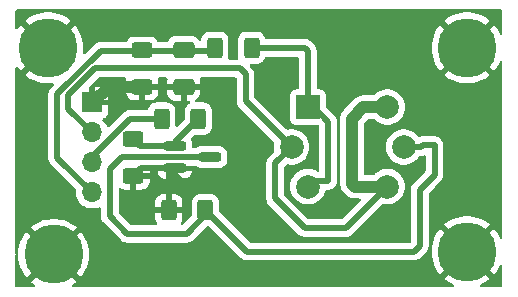
<source format=gbr>
%TF.GenerationSoftware,KiCad,Pcbnew,8.0.3*%
%TF.CreationDate,2025-01-02T17:18:04+01:00*%
%TF.ProjectId,mq7adapter,6d713761-6461-4707-9465-722e6b696361,rev?*%
%TF.SameCoordinates,Original*%
%TF.FileFunction,Copper,L1,Top*%
%TF.FilePolarity,Positive*%
%FSLAX46Y46*%
G04 Gerber Fmt 4.6, Leading zero omitted, Abs format (unit mm)*
G04 Created by KiCad (PCBNEW 8.0.3) date 2025-01-02 17:18:04*
%MOMM*%
%LPD*%
G01*
G04 APERTURE LIST*
G04 Aperture macros list*
%AMRoundRect*
0 Rectangle with rounded corners*
0 $1 Rounding radius*
0 $2 $3 $4 $5 $6 $7 $8 $9 X,Y pos of 4 corners*
0 Add a 4 corners polygon primitive as box body*
4,1,4,$2,$3,$4,$5,$6,$7,$8,$9,$2,$3,0*
0 Add four circle primitives for the rounded corners*
1,1,$1+$1,$2,$3*
1,1,$1+$1,$4,$5*
1,1,$1+$1,$6,$7*
1,1,$1+$1,$8,$9*
0 Add four rect primitives between the rounded corners*
20,1,$1+$1,$2,$3,$4,$5,0*
20,1,$1+$1,$4,$5,$6,$7,0*
20,1,$1+$1,$6,$7,$8,$9,0*
20,1,$1+$1,$8,$9,$2,$3,0*%
G04 Aperture macros list end*
%TA.AperFunction,ComponentPad*%
%ADD10R,1.700000X1.700000*%
%TD*%
%TA.AperFunction,ComponentPad*%
%ADD11O,1.700000X1.700000*%
%TD*%
%TA.AperFunction,SMDPad,CuDef*%
%ADD12RoundRect,0.200000X-0.750000X-0.200000X0.750000X-0.200000X0.750000X0.200000X-0.750000X0.200000X0*%
%TD*%
%TA.AperFunction,ComponentPad*%
%ADD13C,5.000000*%
%TD*%
%TA.AperFunction,SMDPad,CuDef*%
%ADD14RoundRect,0.250000X0.400000X0.625000X-0.400000X0.625000X-0.400000X-0.625000X0.400000X-0.625000X0*%
%TD*%
%TA.AperFunction,SMDPad,CuDef*%
%ADD15RoundRect,0.250000X-0.625000X0.400000X-0.625000X-0.400000X0.625000X-0.400000X0.625000X0.400000X0*%
%TD*%
%TA.AperFunction,SMDPad,CuDef*%
%ADD16RoundRect,0.250000X-0.650000X0.412500X-0.650000X-0.412500X0.650000X-0.412500X0.650000X0.412500X0*%
%TD*%
%TA.AperFunction,SMDPad,CuDef*%
%ADD17RoundRect,0.250000X-0.400000X-0.625000X0.400000X-0.625000X0.400000X0.625000X-0.400000X0.625000X0*%
%TD*%
%TA.AperFunction,ComponentPad*%
%ADD18R,2.000000X2.000000*%
%TD*%
%TA.AperFunction,ComponentPad*%
%ADD19C,2.000000*%
%TD*%
%TA.AperFunction,Conductor*%
%ADD20C,0.500000*%
%TD*%
%TA.AperFunction,Conductor*%
%ADD21C,1.000000*%
%TD*%
%TA.AperFunction,Conductor*%
%ADD22C,0.200000*%
%TD*%
G04 APERTURE END LIST*
D10*
%TO.P,J1,1,Pin_1*%
%TO.N,GND*%
X102000000Y-63380000D03*
D11*
%TO.P,J1,2,Pin_2*%
%TO.N,+5V*%
X102000000Y-65920000D03*
%TO.P,J1,3,Pin_3*%
%TO.N,HEAT*%
X102000000Y-68460000D03*
%TO.P,J1,4,Pin_4*%
%TO.N,AOUT*%
X102000000Y-71000000D03*
%TD*%
D12*
%TO.P,Q1,1,G*%
%TO.N,Net-(Q1-G)*%
X109000000Y-67050000D03*
%TO.P,Q1,2,S*%
%TO.N,GND*%
X109000000Y-68950000D03*
%TO.P,Q1,3,D*%
%TO.N,Net-(Q1-D)*%
X112000000Y-68000000D03*
%TD*%
D13*
%TO.P,H1,1,1*%
%TO.N,GND*%
X98250000Y-58750000D03*
%TD*%
%TO.P,H3,1,1*%
%TO.N,GND*%
X133750000Y-76000000D03*
%TD*%
D14*
%TO.P,R4,1*%
%TO.N,Net-(U1-B1)*%
X115500000Y-58750000D03*
%TO.P,R4,2*%
%TO.N,AOUT*%
X112400000Y-58750000D03*
%TD*%
%TO.P,R1,1*%
%TO.N,Net-(Q1-D)*%
X111600000Y-72500000D03*
%TO.P,R1,2*%
%TO.N,GND*%
X108500000Y-72500000D03*
%TD*%
D15*
%TO.P,R2,1*%
%TO.N,Net-(Q1-G)*%
X105500000Y-66500000D03*
%TO.P,R2,2*%
%TO.N,GND*%
X105500000Y-69600000D03*
%TD*%
D16*
%TO.P,C1,1*%
%TO.N,AOUT*%
X109750000Y-58937500D03*
%TO.P,C1,2*%
%TO.N,GND*%
X109750000Y-62062500D03*
%TD*%
D13*
%TO.P,H4,1,1*%
%TO.N,GND*%
X98750000Y-76250000D03*
%TD*%
D15*
%TO.P,R3,1*%
%TO.N,AOUT*%
X106250000Y-58950000D03*
%TO.P,R3,2*%
%TO.N,GND*%
X106250000Y-62050000D03*
%TD*%
D17*
%TO.P,R5,1*%
%TO.N,HEAT*%
X107900000Y-64750000D03*
%TO.P,R5,2*%
%TO.N,Net-(Q1-G)*%
X111000000Y-64750000D03*
%TD*%
D18*
%TO.P,U1,1,B1*%
%TO.N,Net-(U1-B1)*%
X120280000Y-63780000D03*
D19*
%TO.P,U1,2,VH+*%
%TO.N,+5V*%
X118890000Y-67140000D03*
%TO.P,U1,3,B2*%
%TO.N,Net-(U1-B1)*%
X120280000Y-70500000D03*
%TO.P,U1,4,A2*%
%TO.N,+5V*%
X127000000Y-70500000D03*
%TO.P,U1,5,VH-*%
%TO.N,Net-(Q1-D)*%
X128390000Y-67140000D03*
%TO.P,U1,6,A1*%
%TO.N,+5V*%
X127000000Y-63780000D03*
%TD*%
D13*
%TO.P,H2,1,1*%
%TO.N,GND*%
X133750000Y-58750000D03*
%TD*%
D20*
%TO.N,Net-(Q1-D)*%
X130000000Y-67000000D02*
X129860000Y-67140000D01*
X103500000Y-69000000D02*
X103500000Y-73000000D01*
X104500000Y-68000000D02*
X103500000Y-69000000D01*
X111500000Y-68000000D02*
X104500000Y-68000000D01*
X103500000Y-73000000D02*
X105000000Y-74500000D01*
X129860000Y-67140000D02*
X128390000Y-67140000D01*
X115100000Y-76000000D02*
X129250000Y-76000000D01*
X129750000Y-70750000D02*
X129750000Y-75500000D01*
X111600000Y-72500000D02*
X115100000Y-76000000D01*
X131000000Y-69500000D02*
X129750000Y-70750000D01*
X105000000Y-74500000D02*
X110000000Y-74500000D01*
X129250000Y-76000000D02*
X129750000Y-75500000D01*
X110000000Y-74500000D02*
X111600000Y-72900000D01*
X131000000Y-69500000D02*
X131000000Y-67000000D01*
X131000000Y-67000000D02*
X130000000Y-67000000D01*
X111600000Y-72900000D02*
X111600000Y-72500000D01*
%TO.N,GND*%
X112500000Y-62062500D02*
X112500000Y-64000000D01*
D21*
X102120000Y-63380000D02*
X103450000Y-62050000D01*
X103450000Y-62050000D02*
X106250000Y-62050000D01*
D20*
X106250000Y-62050000D02*
X106262500Y-62062500D01*
D21*
X102000000Y-63380000D02*
X102120000Y-63380000D01*
D20*
X108500000Y-68950000D02*
X106150000Y-68950000D01*
X106262500Y-62062500D02*
X112500000Y-62062500D01*
X106150000Y-68950000D02*
X105500000Y-69600000D01*
X112500000Y-64000000D02*
X115250000Y-66750000D01*
X108500000Y-72500000D02*
X108500000Y-68950000D01*
X115250000Y-66750000D02*
X115250000Y-70000000D01*
X112462500Y-62100000D02*
X112500000Y-62062500D01*
X109550000Y-70000000D02*
X108500000Y-68950000D01*
X115250000Y-70000000D02*
X109550000Y-70000000D01*
%TO.N,+5V*%
X120000000Y-74000000D02*
X123500000Y-74000000D01*
D21*
X124970000Y-63780000D02*
X124000000Y-64750000D01*
X127000000Y-63780000D02*
X124970000Y-63780000D01*
D20*
X102280000Y-60500000D02*
X101780000Y-61000000D01*
X115000000Y-61000000D02*
X114500000Y-60500000D01*
X115000000Y-63250000D02*
X115000000Y-61000000D01*
X101750000Y-61000000D02*
X100000000Y-62750000D01*
X118890000Y-67140000D02*
X115000000Y-63250000D01*
D21*
X124250000Y-70500000D02*
X127000000Y-70500000D01*
D20*
X101780000Y-61000000D02*
X101750000Y-61000000D01*
D21*
X124000000Y-64750000D02*
X124000000Y-70250000D01*
D20*
X123500000Y-74000000D02*
X127000000Y-70500000D01*
X117500000Y-68530000D02*
X117500000Y-71500000D01*
X114500000Y-60500000D02*
X102280000Y-60500000D01*
X100000000Y-63920000D02*
X102000000Y-65920000D01*
X118890000Y-67140000D02*
X117500000Y-68530000D01*
X117500000Y-71500000D02*
X120000000Y-74000000D01*
D21*
X124000000Y-70250000D02*
X124250000Y-70500000D01*
D20*
X100000000Y-62750000D02*
X100000000Y-63920000D01*
%TO.N,HEAT*%
X102000000Y-67978122D02*
X104039061Y-65939061D01*
X102000000Y-68460000D02*
X102000000Y-67978122D01*
X105228122Y-64750000D02*
X107900000Y-64750000D01*
X104039061Y-65939061D02*
X105228122Y-64750000D01*
%TO.N,AOUT*%
X112437500Y-59000000D02*
X112500000Y-58937500D01*
X99060000Y-62700050D02*
X99060000Y-68060000D01*
X109500000Y-59000000D02*
X106000000Y-59000000D01*
X102760050Y-59000000D02*
X99060000Y-62700050D01*
X99060000Y-68060000D02*
X102000000Y-71000000D01*
X106000000Y-59000000D02*
X102760050Y-59000000D01*
X109500000Y-59000000D02*
X112437500Y-59000000D01*
D22*
%TO.N,Net-(Q1-G)*%
X110800000Y-64750000D02*
X111000000Y-64750000D01*
D20*
X109000000Y-66750000D02*
X111000000Y-64750000D01*
X106050000Y-67050000D02*
X105500000Y-66500000D01*
D22*
X111000000Y-64750000D02*
X111000000Y-65050000D01*
D20*
X109000000Y-67050000D02*
X109000000Y-66750000D01*
X109000000Y-67050000D02*
X106050000Y-67050000D01*
%TO.N,Net-(U1-B1)*%
X115500000Y-58750000D02*
X120000000Y-58750000D01*
X122000000Y-70000000D02*
X120780000Y-70000000D01*
X120780000Y-63780000D02*
X122000000Y-65000000D01*
X122000000Y-65000000D02*
X122000000Y-70000000D01*
X120280000Y-59030000D02*
X120280000Y-63780000D01*
X120780000Y-70000000D02*
X120280000Y-70500000D01*
X120280000Y-63780000D02*
X120780000Y-63780000D01*
X120000000Y-58750000D02*
X120280000Y-59030000D01*
%TD*%
%TA.AperFunction,Conductor*%
%TO.N,GND*%
G36*
X136692539Y-55520185D02*
G01*
X136738294Y-55572989D01*
X136749500Y-55624500D01*
X136749500Y-57528858D01*
X136729815Y-57595897D01*
X136677011Y-57641652D01*
X136607853Y-57651596D01*
X136544297Y-57622571D01*
X136511641Y-57577972D01*
X136435444Y-57401329D01*
X136435438Y-57401316D01*
X136260710Y-57098677D01*
X136052032Y-56818374D01*
X136043850Y-56809702D01*
X134793678Y-58059873D01*
X134703446Y-57935680D01*
X134564320Y-57796554D01*
X134440125Y-57706320D01*
X135687180Y-56459265D01*
X135687179Y-56459264D01*
X135544519Y-56339557D01*
X135252538Y-56147519D01*
X134940260Y-55990685D01*
X134940254Y-55990683D01*
X134611869Y-55871161D01*
X134611866Y-55871160D01*
X134271828Y-55790570D01*
X133924723Y-55750000D01*
X133575277Y-55750000D01*
X133228172Y-55790570D01*
X133228170Y-55790570D01*
X132888133Y-55871160D01*
X132888130Y-55871161D01*
X132559745Y-55990683D01*
X132559739Y-55990685D01*
X132247461Y-56147519D01*
X131955480Y-56339557D01*
X131812819Y-56459264D01*
X131812818Y-56459265D01*
X133059874Y-57706320D01*
X132935680Y-57796554D01*
X132796554Y-57935680D01*
X132706320Y-58059873D01*
X131456148Y-56809701D01*
X131456147Y-56809702D01*
X131447976Y-56818363D01*
X131447972Y-56818368D01*
X131239289Y-57098677D01*
X131064561Y-57401316D01*
X131064555Y-57401329D01*
X130926145Y-57722199D01*
X130825916Y-58056988D01*
X130825914Y-58056997D01*
X130765236Y-58401119D01*
X130765235Y-58401130D01*
X130744916Y-58749996D01*
X130744916Y-58750003D01*
X130765235Y-59098869D01*
X130765236Y-59098880D01*
X130825914Y-59443002D01*
X130825916Y-59443011D01*
X130926145Y-59777800D01*
X131064555Y-60098670D01*
X131064561Y-60098683D01*
X131239289Y-60401322D01*
X131447967Y-60681625D01*
X131456148Y-60690296D01*
X132706319Y-59440124D01*
X132796554Y-59564320D01*
X132935680Y-59703446D01*
X133059873Y-59793678D01*
X131812818Y-61040733D01*
X131812819Y-61040734D01*
X131955484Y-61160445D01*
X132247461Y-61352480D01*
X132559739Y-61509314D01*
X132559745Y-61509316D01*
X132888130Y-61628838D01*
X132888133Y-61628839D01*
X133228171Y-61709429D01*
X133575276Y-61749999D01*
X133575277Y-61750000D01*
X133924723Y-61750000D01*
X133924723Y-61749999D01*
X134271827Y-61709429D01*
X134271829Y-61709429D01*
X134611866Y-61628839D01*
X134611869Y-61628838D01*
X134940254Y-61509316D01*
X134940260Y-61509314D01*
X135252538Y-61352480D01*
X135544509Y-61160449D01*
X135544510Y-61160448D01*
X135687179Y-61040734D01*
X135687180Y-61040733D01*
X134440126Y-59793678D01*
X134564320Y-59703446D01*
X134703446Y-59564320D01*
X134793679Y-59440126D01*
X136043850Y-60690297D01*
X136043851Y-60690296D01*
X136052022Y-60681636D01*
X136052033Y-60681623D01*
X136260710Y-60401322D01*
X136435438Y-60098683D01*
X136435444Y-60098670D01*
X136511641Y-59922027D01*
X136556269Y-59868267D01*
X136622877Y-59847169D01*
X136690318Y-59865431D01*
X136737179Y-59917255D01*
X136749500Y-59971141D01*
X136749500Y-74778858D01*
X136729815Y-74845897D01*
X136677011Y-74891652D01*
X136607853Y-74901596D01*
X136544297Y-74872571D01*
X136511641Y-74827972D01*
X136435444Y-74651329D01*
X136435438Y-74651316D01*
X136260710Y-74348677D01*
X136052032Y-74068374D01*
X136043850Y-74059702D01*
X134793678Y-75309873D01*
X134703446Y-75185680D01*
X134564320Y-75046554D01*
X134440125Y-74956320D01*
X135687180Y-73709265D01*
X135687179Y-73709264D01*
X135544519Y-73589557D01*
X135252538Y-73397519D01*
X134940260Y-73240685D01*
X134940254Y-73240683D01*
X134611869Y-73121161D01*
X134611866Y-73121160D01*
X134271828Y-73040570D01*
X133924723Y-73000000D01*
X133575277Y-73000000D01*
X133228172Y-73040570D01*
X133228170Y-73040570D01*
X132888133Y-73121160D01*
X132888130Y-73121161D01*
X132559745Y-73240683D01*
X132559739Y-73240685D01*
X132247461Y-73397519D01*
X131955480Y-73589557D01*
X131812819Y-73709264D01*
X131812818Y-73709265D01*
X133059874Y-74956320D01*
X132935680Y-75046554D01*
X132796554Y-75185680D01*
X132706320Y-75309873D01*
X131456148Y-74059701D01*
X131456147Y-74059702D01*
X131447976Y-74068363D01*
X131447972Y-74068368D01*
X131239289Y-74348677D01*
X131064561Y-74651316D01*
X131064555Y-74651329D01*
X130926145Y-74972199D01*
X130825916Y-75306988D01*
X130825914Y-75306997D01*
X130765236Y-75651119D01*
X130765235Y-75651130D01*
X130744916Y-75999996D01*
X130744916Y-76000003D01*
X130765235Y-76348869D01*
X130765236Y-76348880D01*
X130825914Y-76693002D01*
X130825916Y-76693011D01*
X130926145Y-77027800D01*
X131064555Y-77348670D01*
X131064561Y-77348683D01*
X131239289Y-77651322D01*
X131447967Y-77931625D01*
X131456148Y-77940296D01*
X132706319Y-76690124D01*
X132796554Y-76814320D01*
X132935680Y-76953446D01*
X133059873Y-77043678D01*
X131812818Y-78290733D01*
X131812819Y-78290734D01*
X131955484Y-78410445D01*
X132247461Y-78602480D01*
X132559739Y-78759314D01*
X132563057Y-78760745D01*
X132562612Y-78761774D01*
X132615079Y-78800404D01*
X132640015Y-78865673D01*
X132625705Y-78934062D01*
X132576694Y-78983857D01*
X132516405Y-78999500D01*
X100443197Y-78999500D01*
X100376158Y-78979815D01*
X100330403Y-78927011D01*
X100320459Y-78857853D01*
X100349484Y-78794297D01*
X100375058Y-78771899D01*
X100544509Y-78660449D01*
X100544510Y-78660448D01*
X100687179Y-78540734D01*
X100687180Y-78540733D01*
X99440126Y-77293678D01*
X99564320Y-77203446D01*
X99703446Y-77064320D01*
X99793678Y-76940126D01*
X101043849Y-78190297D01*
X101043851Y-78190296D01*
X101052022Y-78181636D01*
X101052033Y-78181623D01*
X101260710Y-77901322D01*
X101435438Y-77598683D01*
X101435444Y-77598670D01*
X101573854Y-77277800D01*
X101674083Y-76943011D01*
X101674085Y-76943002D01*
X101734763Y-76598880D01*
X101734764Y-76598869D01*
X101755084Y-76250003D01*
X101755084Y-76249996D01*
X101734764Y-75901130D01*
X101734763Y-75901119D01*
X101674085Y-75556997D01*
X101674083Y-75556988D01*
X101573854Y-75222199D01*
X101435444Y-74901329D01*
X101435438Y-74901316D01*
X101260710Y-74598677D01*
X101052032Y-74318374D01*
X101043850Y-74309702D01*
X99793678Y-75559873D01*
X99703446Y-75435680D01*
X99564320Y-75296554D01*
X99440125Y-75206320D01*
X100687180Y-73959265D01*
X100687179Y-73959264D01*
X100544519Y-73839557D01*
X100252538Y-73647519D01*
X99940260Y-73490685D01*
X99940254Y-73490683D01*
X99611869Y-73371161D01*
X99611866Y-73371160D01*
X99271828Y-73290570D01*
X98924723Y-73250000D01*
X98575277Y-73250000D01*
X98228172Y-73290570D01*
X98228170Y-73290570D01*
X97888133Y-73371160D01*
X97888130Y-73371161D01*
X97559745Y-73490683D01*
X97559739Y-73490685D01*
X97247461Y-73647519D01*
X96955480Y-73839557D01*
X96812819Y-73959264D01*
X96812818Y-73959265D01*
X98059874Y-75206320D01*
X97935680Y-75296554D01*
X97796554Y-75435680D01*
X97706320Y-75559873D01*
X96456148Y-74309701D01*
X96456147Y-74309702D01*
X96447976Y-74318363D01*
X96447972Y-74318368D01*
X96239289Y-74598677D01*
X96064561Y-74901316D01*
X96064555Y-74901329D01*
X95926145Y-75222199D01*
X95825916Y-75556988D01*
X95825914Y-75556997D01*
X95765236Y-75901119D01*
X95765235Y-75901130D01*
X95748290Y-76192067D01*
X95726303Y-76253483D01*
X95743477Y-76280207D01*
X95748290Y-76307932D01*
X95765235Y-76598869D01*
X95765236Y-76598880D01*
X95825914Y-76943002D01*
X95825916Y-76943011D01*
X95926145Y-77277800D01*
X96064555Y-77598670D01*
X96064561Y-77598683D01*
X96239289Y-77901322D01*
X96447967Y-78181625D01*
X96456148Y-78190296D01*
X97706319Y-76940124D01*
X97796554Y-77064320D01*
X97935680Y-77203446D01*
X98059873Y-77293678D01*
X96812818Y-78540733D01*
X96812819Y-78540734D01*
X96955484Y-78660445D01*
X97124942Y-78771899D01*
X97170136Y-78825184D01*
X97179347Y-78894444D01*
X97149652Y-78957689D01*
X97090478Y-78994840D01*
X97056803Y-78999500D01*
X95624500Y-78999500D01*
X95557461Y-78979815D01*
X95511706Y-78927011D01*
X95500500Y-78875500D01*
X95500500Y-76315142D01*
X95520185Y-76248103D01*
X95522460Y-76246130D01*
X95503693Y-76212815D01*
X95500500Y-76184857D01*
X95500500Y-60450500D01*
X95520185Y-60383461D01*
X95572989Y-60337706D01*
X95642147Y-60327762D01*
X95705703Y-60356787D01*
X95731888Y-60388502D01*
X95739289Y-60401322D01*
X95947967Y-60681625D01*
X95956148Y-60690296D01*
X97206320Y-59440125D01*
X97296554Y-59564320D01*
X97435680Y-59703446D01*
X97559873Y-59793678D01*
X96312818Y-61040733D01*
X96312819Y-61040734D01*
X96455484Y-61160445D01*
X96747461Y-61352480D01*
X97059739Y-61509314D01*
X97059745Y-61509316D01*
X97388130Y-61628838D01*
X97388133Y-61628839D01*
X97728171Y-61709429D01*
X98075276Y-61749999D01*
X98075277Y-61750000D01*
X98424722Y-61750000D01*
X98663692Y-61722068D01*
X98732564Y-61733837D01*
X98784139Y-61780972D01*
X98802045Y-61848509D01*
X98780594Y-61915004D01*
X98765770Y-61932911D01*
X98477043Y-62221639D01*
X98434103Y-62285907D01*
X98434102Y-62285909D01*
X98394919Y-62344549D01*
X98394912Y-62344561D01*
X98338343Y-62481132D01*
X98338340Y-62481142D01*
X98309500Y-62626129D01*
X98309500Y-62626132D01*
X98309500Y-68133918D01*
X98309500Y-68133920D01*
X98309499Y-68133920D01*
X98338340Y-68278907D01*
X98338343Y-68278917D01*
X98394388Y-68414221D01*
X98394916Y-68415495D01*
X98413075Y-68442672D01*
X98422034Y-68456081D01*
X98477049Y-68538418D01*
X98477052Y-68538421D01*
X100627130Y-70688498D01*
X100660615Y-70749821D01*
X100662977Y-70786986D01*
X100644341Y-70999997D01*
X100644341Y-71000000D01*
X100664936Y-71235403D01*
X100664938Y-71235413D01*
X100726094Y-71463655D01*
X100726096Y-71463659D01*
X100726097Y-71463663D01*
X100809326Y-71642147D01*
X100825965Y-71677830D01*
X100825967Y-71677834D01*
X100929001Y-71824981D01*
X100961505Y-71871401D01*
X101128599Y-72038495D01*
X101225384Y-72106265D01*
X101322165Y-72174032D01*
X101322167Y-72174033D01*
X101322170Y-72174035D01*
X101536337Y-72273903D01*
X101764592Y-72335063D01*
X101952918Y-72351539D01*
X101999999Y-72355659D01*
X102000000Y-72355659D01*
X102000001Y-72355659D01*
X102039234Y-72352226D01*
X102235408Y-72335063D01*
X102463663Y-72273903D01*
X102573097Y-72222872D01*
X102642172Y-72212381D01*
X102705956Y-72240900D01*
X102744196Y-72299377D01*
X102749500Y-72335255D01*
X102749500Y-73073918D01*
X102749500Y-73073920D01*
X102749499Y-73073920D01*
X102778340Y-73218907D01*
X102778343Y-73218917D01*
X102834914Y-73355492D01*
X102834915Y-73355494D01*
X102834916Y-73355495D01*
X102862995Y-73397519D01*
X102867812Y-73404727D01*
X102867813Y-73404730D01*
X102917046Y-73478414D01*
X102917052Y-73478421D01*
X104070816Y-74632183D01*
X104417048Y-74978415D01*
X104417049Y-74978416D01*
X104469412Y-75030779D01*
X104521585Y-75082952D01*
X104644498Y-75165080D01*
X104644511Y-75165087D01*
X104781082Y-75221656D01*
X104781087Y-75221658D01*
X104781091Y-75221658D01*
X104781092Y-75221659D01*
X104926079Y-75250500D01*
X104926082Y-75250500D01*
X110073920Y-75250500D01*
X110177906Y-75229815D01*
X110218913Y-75221658D01*
X110355495Y-75165084D01*
X110404729Y-75132186D01*
X110478416Y-75082952D01*
X111649549Y-73911817D01*
X111710872Y-73878333D01*
X111737230Y-73875499D01*
X111862769Y-73875499D01*
X111929808Y-73895184D01*
X111950450Y-73911818D01*
X113251814Y-75213181D01*
X114517048Y-76478415D01*
X114517049Y-76478416D01*
X114581342Y-76542709D01*
X114621585Y-76582952D01*
X114744498Y-76665080D01*
X114744511Y-76665087D01*
X114881082Y-76721656D01*
X114881087Y-76721658D01*
X114881091Y-76721658D01*
X114881092Y-76721659D01*
X115026079Y-76750500D01*
X115026082Y-76750500D01*
X129323920Y-76750500D01*
X129427815Y-76729833D01*
X129468913Y-76721658D01*
X129605495Y-76665084D01*
X129654729Y-76632186D01*
X129728416Y-76582952D01*
X130332952Y-75978416D01*
X130382186Y-75904729D01*
X130415084Y-75855495D01*
X130471658Y-75718913D01*
X130500500Y-75573918D01*
X130500500Y-71112230D01*
X130520185Y-71045191D01*
X130536819Y-71024549D01*
X131030286Y-70531082D01*
X131582952Y-69978416D01*
X131632186Y-69904729D01*
X131665084Y-69855495D01*
X131721658Y-69718913D01*
X131748320Y-69584877D01*
X131750500Y-69573920D01*
X131750500Y-66926079D01*
X131721659Y-66781092D01*
X131721658Y-66781091D01*
X131721658Y-66781087D01*
X131697518Y-66722807D01*
X131665087Y-66644511D01*
X131665080Y-66644498D01*
X131582951Y-66521584D01*
X131582948Y-66521580D01*
X131478419Y-66417051D01*
X131478415Y-66417048D01*
X131355501Y-66334919D01*
X131355488Y-66334912D01*
X131218917Y-66278343D01*
X131218907Y-66278340D01*
X131073920Y-66249500D01*
X131073918Y-66249500D01*
X129926082Y-66249500D01*
X129926080Y-66249500D01*
X129781093Y-66278340D01*
X129781090Y-66278341D01*
X129781088Y-66278341D01*
X129781087Y-66278342D01*
X129748851Y-66291694D01*
X129679384Y-66299162D01*
X129616905Y-66267886D01*
X129597593Y-66244953D01*
X129578166Y-66215217D01*
X129556557Y-66191744D01*
X129409744Y-66032262D01*
X129213509Y-65879526D01*
X129213507Y-65879525D01*
X129213506Y-65879524D01*
X128994811Y-65761172D01*
X128994802Y-65761169D01*
X128759616Y-65680429D01*
X128514335Y-65639500D01*
X128265665Y-65639500D01*
X128020383Y-65680429D01*
X127785197Y-65761169D01*
X127785188Y-65761172D01*
X127566493Y-65879524D01*
X127370257Y-66032261D01*
X127201833Y-66215217D01*
X127065826Y-66423393D01*
X126965936Y-66651118D01*
X126904892Y-66892175D01*
X126904890Y-66892187D01*
X126884357Y-67139994D01*
X126884357Y-67140005D01*
X126904890Y-67387812D01*
X126904892Y-67387820D01*
X126965936Y-67628881D01*
X127065826Y-67856606D01*
X127201833Y-68064782D01*
X127201835Y-68064784D01*
X127201836Y-68064785D01*
X127370256Y-68247738D01*
X127566491Y-68400474D01*
X127785190Y-68518828D01*
X128020386Y-68599571D01*
X128265665Y-68640500D01*
X128514335Y-68640500D01*
X128759614Y-68599571D01*
X128994810Y-68518828D01*
X129213509Y-68400474D01*
X129409744Y-68247738D01*
X129578164Y-68064785D01*
X129655327Y-67946677D01*
X129708474Y-67901322D01*
X129759136Y-67890500D01*
X129933920Y-67890500D01*
X130031462Y-67871096D01*
X130078913Y-67861658D01*
X130078920Y-67861654D01*
X130084740Y-67859890D01*
X130085153Y-67861254D01*
X130147505Y-67854545D01*
X130209987Y-67885814D01*
X130245645Y-67945900D01*
X130249500Y-67976577D01*
X130249500Y-69137770D01*
X130229815Y-69204809D01*
X130213181Y-69225451D01*
X129167047Y-70271584D01*
X129167045Y-70271586D01*
X129133250Y-70322168D01*
X129133248Y-70322171D01*
X129084919Y-70394499D01*
X129084912Y-70394511D01*
X129028343Y-70531082D01*
X129028340Y-70531092D01*
X128999500Y-70676079D01*
X128999500Y-75125500D01*
X128979815Y-75192539D01*
X128927011Y-75238294D01*
X128875500Y-75249500D01*
X115462229Y-75249500D01*
X115395190Y-75229815D01*
X115374548Y-75213181D01*
X112786818Y-72625450D01*
X112753333Y-72564127D01*
X112750499Y-72537769D01*
X112750499Y-71824998D01*
X112750498Y-71824981D01*
X112739999Y-71722203D01*
X112739998Y-71722200D01*
X112734531Y-71705703D01*
X112684814Y-71555666D01*
X112592712Y-71406344D01*
X112468656Y-71282288D01*
X112319334Y-71190186D01*
X112152797Y-71135001D01*
X112152795Y-71135000D01*
X112050010Y-71124500D01*
X111149998Y-71124500D01*
X111149980Y-71124501D01*
X111047203Y-71135000D01*
X111047200Y-71135001D01*
X110880668Y-71190185D01*
X110880663Y-71190187D01*
X110731342Y-71282289D01*
X110607289Y-71406342D01*
X110515187Y-71555663D01*
X110515185Y-71555668D01*
X110509138Y-71573918D01*
X110460001Y-71722203D01*
X110460001Y-71722204D01*
X110460000Y-71722204D01*
X110449500Y-71824983D01*
X110449500Y-72937769D01*
X110429815Y-73004808D01*
X110413181Y-73025450D01*
X109725451Y-73713181D01*
X109664128Y-73746666D01*
X109637770Y-73749500D01*
X109618174Y-73749500D01*
X109551135Y-73729815D01*
X109505380Y-73677011D01*
X109495436Y-73607853D01*
X109512635Y-73560403D01*
X109584356Y-73444124D01*
X109584358Y-73444119D01*
X109639505Y-73277697D01*
X109639506Y-73277690D01*
X109649999Y-73174986D01*
X109650000Y-73174973D01*
X109650000Y-72750000D01*
X107350001Y-72750000D01*
X107350001Y-73174986D01*
X107360494Y-73277697D01*
X107415641Y-73444119D01*
X107415643Y-73444124D01*
X107487365Y-73560403D01*
X107505805Y-73627796D01*
X107484882Y-73694459D01*
X107431240Y-73739229D01*
X107381826Y-73749500D01*
X105362229Y-73749500D01*
X105295190Y-73729815D01*
X105274548Y-73713181D01*
X104286819Y-72725451D01*
X104253334Y-72664128D01*
X104250500Y-72637770D01*
X104250500Y-71825013D01*
X107350000Y-71825013D01*
X107350000Y-72250000D01*
X108250000Y-72250000D01*
X108750000Y-72250000D01*
X109649999Y-72250000D01*
X109649999Y-71825028D01*
X109649998Y-71825013D01*
X109639505Y-71722302D01*
X109584358Y-71555880D01*
X109584356Y-71555875D01*
X109492315Y-71406654D01*
X109368345Y-71282684D01*
X109219124Y-71190643D01*
X109219119Y-71190641D01*
X109052697Y-71135494D01*
X109052690Y-71135493D01*
X108949986Y-71125000D01*
X108750000Y-71125000D01*
X108750000Y-72250000D01*
X108250000Y-72250000D01*
X108250000Y-71125000D01*
X108050029Y-71125000D01*
X108050012Y-71125001D01*
X107947302Y-71135494D01*
X107780880Y-71190641D01*
X107780875Y-71190643D01*
X107631654Y-71282684D01*
X107507684Y-71406654D01*
X107415643Y-71555875D01*
X107415641Y-71555880D01*
X107360494Y-71722302D01*
X107360493Y-71722309D01*
X107350000Y-71825013D01*
X104250500Y-71825013D01*
X104250500Y-70718173D01*
X104270185Y-70651134D01*
X104322989Y-70605379D01*
X104392147Y-70595435D01*
X104439597Y-70612635D01*
X104555869Y-70684353D01*
X104555880Y-70684358D01*
X104722302Y-70739505D01*
X104722309Y-70739506D01*
X104825019Y-70749999D01*
X105249999Y-70749999D01*
X105750000Y-70749999D01*
X106174972Y-70749999D01*
X106174986Y-70749998D01*
X106277697Y-70739505D01*
X106444119Y-70684358D01*
X106444124Y-70684356D01*
X106593345Y-70592315D01*
X106717315Y-70468345D01*
X106809356Y-70319124D01*
X106809358Y-70319119D01*
X106864505Y-70152697D01*
X106864506Y-70152690D01*
X106874999Y-70049986D01*
X106875000Y-70049973D01*
X106875000Y-69850000D01*
X105750000Y-69850000D01*
X105750000Y-70749999D01*
X105249999Y-70749999D01*
X105250000Y-70749998D01*
X105250000Y-69474000D01*
X105269685Y-69406961D01*
X105322489Y-69361206D01*
X105374000Y-69350000D01*
X106874999Y-69350000D01*
X106874999Y-69206582D01*
X107550001Y-69206582D01*
X107556408Y-69277102D01*
X107556409Y-69277107D01*
X107606981Y-69439396D01*
X107694927Y-69584877D01*
X107815122Y-69705072D01*
X107960604Y-69793019D01*
X107960603Y-69793019D01*
X108122894Y-69843590D01*
X108122893Y-69843590D01*
X108193427Y-69849999D01*
X108749999Y-69849999D01*
X109250000Y-69849999D01*
X109806581Y-69849999D01*
X109877102Y-69843591D01*
X109877107Y-69843590D01*
X110039396Y-69793018D01*
X110184877Y-69705072D01*
X110305072Y-69584877D01*
X110393019Y-69439395D01*
X110443590Y-69277106D01*
X110450000Y-69206572D01*
X110450000Y-69200000D01*
X109250000Y-69200000D01*
X109250000Y-69849999D01*
X108749999Y-69849999D01*
X108750000Y-69849998D01*
X108750000Y-69200000D01*
X107550001Y-69200000D01*
X107550001Y-69206582D01*
X106874999Y-69206582D01*
X106874999Y-69150028D01*
X106874998Y-69150013D01*
X106864505Y-69047302D01*
X106820169Y-68913504D01*
X106817767Y-68843676D01*
X106853499Y-68783634D01*
X106916019Y-68752441D01*
X106937875Y-68750500D01*
X110772023Y-68750500D01*
X110836171Y-68768382D01*
X110960394Y-68843478D01*
X111122804Y-68894086D01*
X111193384Y-68900500D01*
X111193387Y-68900500D01*
X112806613Y-68900500D01*
X112806616Y-68900500D01*
X112877196Y-68894086D01*
X113039606Y-68843478D01*
X113185185Y-68755472D01*
X113305472Y-68635185D01*
X113393478Y-68489606D01*
X113444086Y-68327196D01*
X113450500Y-68256616D01*
X113450500Y-67743384D01*
X113444086Y-67672804D01*
X113393478Y-67510394D01*
X113305472Y-67364815D01*
X113305470Y-67364813D01*
X113305469Y-67364811D01*
X113185188Y-67244530D01*
X113163827Y-67231617D01*
X113039606Y-67156522D01*
X112877196Y-67105914D01*
X112877194Y-67105913D01*
X112877192Y-67105913D01*
X112827778Y-67101423D01*
X112806616Y-67099500D01*
X111193384Y-67099500D01*
X111174145Y-67101248D01*
X111122807Y-67105913D01*
X110960393Y-67156522D01*
X110926501Y-67177011D01*
X110836171Y-67231617D01*
X110772023Y-67249500D01*
X110574500Y-67249500D01*
X110507461Y-67229815D01*
X110461706Y-67177011D01*
X110450500Y-67125500D01*
X110450500Y-66793386D01*
X110449383Y-66781092D01*
X110444086Y-66722804D01*
X110393478Y-66560394D01*
X110390042Y-66554711D01*
X110372209Y-66487156D01*
X110393729Y-66420683D01*
X110408476Y-66402889D01*
X110649548Y-66161818D01*
X110710871Y-66128333D01*
X110737229Y-66125499D01*
X111450002Y-66125499D01*
X111450008Y-66125499D01*
X111552797Y-66114999D01*
X111719334Y-66059814D01*
X111868656Y-65967712D01*
X111992712Y-65843656D01*
X112084814Y-65694334D01*
X112139999Y-65527797D01*
X112150500Y-65425009D01*
X112150499Y-64074992D01*
X112145733Y-64028340D01*
X112139999Y-63972203D01*
X112139998Y-63972200D01*
X112109446Y-63880000D01*
X112084814Y-63805666D01*
X111992712Y-63656344D01*
X111868656Y-63532288D01*
X111765898Y-63468907D01*
X111719336Y-63440187D01*
X111719331Y-63440185D01*
X111689204Y-63430202D01*
X111552797Y-63385001D01*
X111552795Y-63385000D01*
X111450016Y-63374500D01*
X110807558Y-63374500D01*
X110740519Y-63354815D01*
X110694764Y-63302011D01*
X110684820Y-63232853D01*
X110713845Y-63169297D01*
X110742462Y-63144961D01*
X110868343Y-63067317D01*
X110992315Y-62943345D01*
X111084356Y-62794124D01*
X111084358Y-62794119D01*
X111139505Y-62627697D01*
X111139506Y-62627690D01*
X111149999Y-62524986D01*
X111150000Y-62524973D01*
X111150000Y-62312500D01*
X110000000Y-62312500D01*
X110000000Y-63224999D01*
X110192301Y-63224999D01*
X110259340Y-63244684D01*
X110305095Y-63297488D01*
X110315039Y-63366646D01*
X110286014Y-63430202D01*
X110257399Y-63454537D01*
X110190055Y-63496074D01*
X110131342Y-63532289D01*
X110007289Y-63656342D01*
X109915187Y-63805663D01*
X109915186Y-63805666D01*
X109860001Y-63972203D01*
X109860001Y-63972204D01*
X109860000Y-63972204D01*
X109849500Y-64074983D01*
X109849500Y-64787770D01*
X109829815Y-64854809D01*
X109813181Y-64875451D01*
X109262180Y-65426451D01*
X109200857Y-65459936D01*
X109131165Y-65454952D01*
X109075232Y-65413080D01*
X109050815Y-65347616D01*
X109050499Y-65338796D01*
X109050499Y-64074992D01*
X109045733Y-64028340D01*
X109039999Y-63972203D01*
X109039998Y-63972200D01*
X109009446Y-63880000D01*
X108984814Y-63805666D01*
X108892712Y-63656344D01*
X108768656Y-63532288D01*
X108665898Y-63468907D01*
X108619336Y-63440187D01*
X108619331Y-63440185D01*
X108589204Y-63430202D01*
X108452797Y-63385001D01*
X108452795Y-63385000D01*
X108350010Y-63374500D01*
X107449998Y-63374500D01*
X107449980Y-63374501D01*
X107347203Y-63385000D01*
X107347200Y-63385001D01*
X107180668Y-63440185D01*
X107180663Y-63440187D01*
X107031342Y-63532289D01*
X106907289Y-63656342D01*
X106815187Y-63805663D01*
X106815185Y-63805668D01*
X106779121Y-63914504D01*
X106739348Y-63971949D01*
X106674833Y-63998772D01*
X106661415Y-63999500D01*
X105154202Y-63999500D01*
X105009214Y-64028340D01*
X105009204Y-64028343D01*
X104872633Y-64084912D01*
X104872620Y-64084919D01*
X104749706Y-64167048D01*
X104749702Y-64167051D01*
X103543203Y-65373550D01*
X103543203Y-65373551D01*
X103458438Y-65458315D01*
X103397114Y-65491799D01*
X103327423Y-65486815D01*
X103271489Y-65444943D01*
X103258375Y-65423038D01*
X103253731Y-65413080D01*
X103174035Y-65242171D01*
X103172214Y-65239571D01*
X103038496Y-65048600D01*
X102987412Y-64997516D01*
X102916179Y-64926283D01*
X102882696Y-64864963D01*
X102887680Y-64795271D01*
X102929551Y-64739337D01*
X102960529Y-64722422D01*
X103092086Y-64673354D01*
X103092093Y-64673350D01*
X103207187Y-64587190D01*
X103207190Y-64587187D01*
X103293350Y-64472093D01*
X103293354Y-64472086D01*
X103343596Y-64337379D01*
X103343598Y-64337372D01*
X103349999Y-64277844D01*
X103350000Y-64277827D01*
X103350000Y-63630000D01*
X102433012Y-63630000D01*
X102465925Y-63572993D01*
X102500000Y-63445826D01*
X102500000Y-63314174D01*
X102465925Y-63187007D01*
X102433012Y-63130000D01*
X103350000Y-63130000D01*
X103350000Y-62499986D01*
X104875001Y-62499986D01*
X104885494Y-62602697D01*
X104940641Y-62769119D01*
X104940643Y-62769124D01*
X105032684Y-62918345D01*
X105156654Y-63042315D01*
X105305875Y-63134356D01*
X105305880Y-63134358D01*
X105472302Y-63189505D01*
X105472309Y-63189506D01*
X105575019Y-63199999D01*
X105999999Y-63199999D01*
X106500000Y-63199999D01*
X106924972Y-63199999D01*
X106924986Y-63199998D01*
X107027697Y-63189505D01*
X107194119Y-63134358D01*
X107194124Y-63134356D01*
X107343345Y-63042315D01*
X107467315Y-62918345D01*
X107559356Y-62769124D01*
X107559358Y-62769119D01*
X107614505Y-62602697D01*
X107614506Y-62602690D01*
X107622445Y-62524986D01*
X108350001Y-62524986D01*
X108360494Y-62627697D01*
X108415641Y-62794119D01*
X108415643Y-62794124D01*
X108507684Y-62943345D01*
X108631654Y-63067315D01*
X108780875Y-63159356D01*
X108780880Y-63159358D01*
X108947302Y-63214505D01*
X108947309Y-63214506D01*
X109050019Y-63224999D01*
X109499999Y-63224999D01*
X109500000Y-63224998D01*
X109500000Y-62312500D01*
X108350001Y-62312500D01*
X108350001Y-62524986D01*
X107622445Y-62524986D01*
X107624999Y-62499986D01*
X107625000Y-62499973D01*
X107625000Y-62300000D01*
X106500000Y-62300000D01*
X106500000Y-63199999D01*
X105999999Y-63199999D01*
X106000000Y-63199998D01*
X106000000Y-62300000D01*
X104875001Y-62300000D01*
X104875001Y-62499986D01*
X103350000Y-62499986D01*
X103350000Y-62482172D01*
X103349999Y-62482155D01*
X103343598Y-62422627D01*
X103343596Y-62422620D01*
X103293354Y-62287913D01*
X103293350Y-62287906D01*
X103207190Y-62172812D01*
X103207187Y-62172809D01*
X103092093Y-62086649D01*
X103092086Y-62086645D01*
X102957379Y-62036403D01*
X102957372Y-62036401D01*
X102897844Y-62030000D01*
X102250000Y-62030000D01*
X102250000Y-62946988D01*
X102192993Y-62914075D01*
X102065826Y-62880000D01*
X101934174Y-62880000D01*
X101807007Y-62914075D01*
X101750000Y-62946988D01*
X101750000Y-62112729D01*
X101769685Y-62045690D01*
X101786319Y-62025048D01*
X101962858Y-61848509D01*
X102159377Y-61651989D01*
X102178150Y-61636581D01*
X102184729Y-61632186D01*
X102258416Y-61582952D01*
X102554549Y-61286819D01*
X102615872Y-61253334D01*
X102642230Y-61250500D01*
X104795557Y-61250500D01*
X104862596Y-61270185D01*
X104908351Y-61322989D01*
X104918295Y-61392147D01*
X104913263Y-61413504D01*
X104885494Y-61497302D01*
X104885493Y-61497309D01*
X104875000Y-61600013D01*
X104875000Y-61800000D01*
X107624999Y-61800000D01*
X107624999Y-61600028D01*
X107624998Y-61600013D01*
X107614506Y-61497304D01*
X107586737Y-61413505D01*
X107584335Y-61343676D01*
X107620066Y-61283634D01*
X107682587Y-61252441D01*
X107704443Y-61250500D01*
X108270557Y-61250500D01*
X108337596Y-61270185D01*
X108383351Y-61322989D01*
X108393295Y-61392147D01*
X108388263Y-61413504D01*
X108360494Y-61497302D01*
X108360493Y-61497309D01*
X108350000Y-61600013D01*
X108350000Y-61812500D01*
X111149999Y-61812500D01*
X111149999Y-61600028D01*
X111149998Y-61600013D01*
X111139506Y-61497304D01*
X111111737Y-61413505D01*
X111109335Y-61343676D01*
X111145066Y-61283634D01*
X111207587Y-61252441D01*
X111229443Y-61250500D01*
X114125500Y-61250500D01*
X114192539Y-61270185D01*
X114238294Y-61322989D01*
X114249500Y-61374500D01*
X114249500Y-63323918D01*
X114249500Y-63323920D01*
X114249499Y-63323920D01*
X114278340Y-63468907D01*
X114278343Y-63468917D01*
X114334914Y-63605492D01*
X114367812Y-63654727D01*
X114367813Y-63654730D01*
X114417046Y-63728414D01*
X114417052Y-63728421D01*
X117390618Y-66701986D01*
X117424103Y-66763309D01*
X117423143Y-66820107D01*
X117404891Y-66892182D01*
X117384357Y-67139994D01*
X117384357Y-67140005D01*
X117404890Y-67387812D01*
X117404893Y-67387828D01*
X117423142Y-67459893D01*
X117420516Y-67529713D01*
X117390617Y-67578013D01*
X116917047Y-68051584D01*
X116917045Y-68051586D01*
X116892944Y-68087658D01*
X116883328Y-68102051D01*
X116865225Y-68129144D01*
X116834914Y-68174507D01*
X116778343Y-68311082D01*
X116778340Y-68311092D01*
X116749500Y-68456079D01*
X116749500Y-68456081D01*
X116749500Y-68456082D01*
X116749500Y-71573918D01*
X116749500Y-71573920D01*
X116749499Y-71573920D01*
X116778340Y-71718907D01*
X116778343Y-71718917D01*
X116834913Y-71855489D01*
X116834914Y-71855491D01*
X116834916Y-71855495D01*
X116845543Y-71871400D01*
X116845544Y-71871403D01*
X116917046Y-71978414D01*
X116917052Y-71978421D01*
X119521584Y-74582952D01*
X119521586Y-74582954D01*
X119545119Y-74598677D01*
X119595270Y-74632186D01*
X119644505Y-74665084D01*
X119644506Y-74665084D01*
X119644507Y-74665085D01*
X119644509Y-74665086D01*
X119781082Y-74721656D01*
X119781087Y-74721658D01*
X119781091Y-74721658D01*
X119781092Y-74721659D01*
X119926079Y-74750500D01*
X119926082Y-74750500D01*
X123573920Y-74750500D01*
X123671462Y-74731096D01*
X123718913Y-74721658D01*
X123855495Y-74665084D01*
X123904729Y-74632186D01*
X123904734Y-74632183D01*
X123929071Y-74615921D01*
X123978416Y-74582952D01*
X126560752Y-72000613D01*
X126622073Y-71967130D01*
X126668836Y-71965987D01*
X126875665Y-72000500D01*
X126875666Y-72000500D01*
X127124335Y-72000500D01*
X127369614Y-71959571D01*
X127604810Y-71878828D01*
X127823509Y-71760474D01*
X128019744Y-71607738D01*
X128188164Y-71424785D01*
X128324173Y-71216607D01*
X128424063Y-70988881D01*
X128485108Y-70747821D01*
X128486221Y-70734395D01*
X128505643Y-70500005D01*
X128505643Y-70499994D01*
X128485109Y-70252187D01*
X128485107Y-70252175D01*
X128424063Y-70011118D01*
X128324173Y-69783393D01*
X128188166Y-69575217D01*
X128081625Y-69459483D01*
X128019744Y-69392262D01*
X127823509Y-69239526D01*
X127823507Y-69239525D01*
X127823506Y-69239524D01*
X127604811Y-69121172D01*
X127604802Y-69121169D01*
X127369616Y-69040429D01*
X127124335Y-68999500D01*
X126875665Y-68999500D01*
X126630383Y-69040429D01*
X126395197Y-69121169D01*
X126395188Y-69121172D01*
X126176493Y-69239524D01*
X125980255Y-69392262D01*
X125980252Y-69392265D01*
X125918374Y-69459483D01*
X125858487Y-69495474D01*
X125827145Y-69499500D01*
X125124500Y-69499500D01*
X125057461Y-69479815D01*
X125011706Y-69427011D01*
X125000500Y-69375500D01*
X125000500Y-65215782D01*
X125020185Y-65148743D01*
X125036819Y-65128101D01*
X125348101Y-64816819D01*
X125409424Y-64783334D01*
X125435782Y-64780500D01*
X125827145Y-64780500D01*
X125894184Y-64800185D01*
X125918374Y-64820517D01*
X125959290Y-64864963D01*
X125980256Y-64887738D01*
X126176491Y-65040474D01*
X126176493Y-65040475D01*
X126376554Y-65148743D01*
X126395190Y-65158828D01*
X126630386Y-65239571D01*
X126875665Y-65280500D01*
X127124335Y-65280500D01*
X127369614Y-65239571D01*
X127604810Y-65158828D01*
X127823509Y-65040474D01*
X128019744Y-64887738D01*
X128188164Y-64704785D01*
X128324173Y-64496607D01*
X128424063Y-64268881D01*
X128485108Y-64027821D01*
X128489662Y-63972861D01*
X128505643Y-63780005D01*
X128505643Y-63779994D01*
X128485109Y-63532187D01*
X128485107Y-63532175D01*
X128424063Y-63291118D01*
X128324173Y-63063393D01*
X128188166Y-62855217D01*
X128114757Y-62775474D01*
X128019744Y-62672262D01*
X127823509Y-62519526D01*
X127823507Y-62519525D01*
X127823506Y-62519524D01*
X127604811Y-62401172D01*
X127604802Y-62401169D01*
X127369616Y-62320429D01*
X127124335Y-62279500D01*
X126875665Y-62279500D01*
X126630383Y-62320429D01*
X126395197Y-62401169D01*
X126395188Y-62401172D01*
X126176493Y-62519524D01*
X125980255Y-62672262D01*
X125980252Y-62672265D01*
X125918374Y-62739483D01*
X125858487Y-62775474D01*
X125827145Y-62779500D01*
X124871455Y-62779500D01*
X124774812Y-62798724D01*
X124678167Y-62817947D01*
X124678161Y-62817949D01*
X124624834Y-62840037D01*
X124624834Y-62840038D01*
X124588194Y-62855215D01*
X124496089Y-62893366D01*
X124496079Y-62893371D01*
X124332219Y-63002859D01*
X124292764Y-63042315D01*
X124192861Y-63142218D01*
X124192858Y-63142221D01*
X123362221Y-63972858D01*
X123362218Y-63972861D01*
X123307267Y-64027812D01*
X123222859Y-64112219D01*
X123113371Y-64276080D01*
X123113364Y-64276093D01*
X123077388Y-64362950D01*
X123077388Y-64362951D01*
X123037949Y-64458164D01*
X123023444Y-64531087D01*
X122999500Y-64651456D01*
X122999500Y-64651459D01*
X122999500Y-70348541D01*
X122999500Y-70348543D01*
X122999499Y-70348543D01*
X123037947Y-70541829D01*
X123037950Y-70541839D01*
X123113364Y-70723907D01*
X123113371Y-70723920D01*
X123222859Y-70887780D01*
X123222860Y-70887781D01*
X123222861Y-70887782D01*
X123362218Y-71027139D01*
X123472860Y-71137781D01*
X123472861Y-71137781D01*
X123472861Y-71137782D01*
X123551685Y-71216606D01*
X123612219Y-71277140D01*
X123776080Y-71386628D01*
X123776086Y-71386632D01*
X123844776Y-71415084D01*
X123958164Y-71462051D01*
X124151454Y-71500499D01*
X124151457Y-71500500D01*
X124151459Y-71500500D01*
X124348540Y-71500500D01*
X124638771Y-71500500D01*
X124705810Y-71520185D01*
X124751565Y-71572989D01*
X124761509Y-71642147D01*
X124732484Y-71705703D01*
X124726452Y-71712181D01*
X123225451Y-73213181D01*
X123164128Y-73246666D01*
X123137770Y-73249500D01*
X120362230Y-73249500D01*
X120295191Y-73229815D01*
X120274549Y-73213181D01*
X118286819Y-71225451D01*
X118253334Y-71164128D01*
X118250500Y-71137770D01*
X118250500Y-68892229D01*
X118270185Y-68825190D01*
X118286815Y-68804552D01*
X118450751Y-68640615D01*
X118512074Y-68607131D01*
X118558841Y-68605988D01*
X118765665Y-68640500D01*
X119014335Y-68640500D01*
X119259614Y-68599571D01*
X119494810Y-68518828D01*
X119713509Y-68400474D01*
X119909744Y-68247738D01*
X120078164Y-68064785D01*
X120214173Y-67856607D01*
X120314063Y-67628881D01*
X120375108Y-67387821D01*
X120375109Y-67387812D01*
X120395643Y-67140005D01*
X120395643Y-67139994D01*
X120375109Y-66892187D01*
X120375107Y-66892175D01*
X120314063Y-66651118D01*
X120214173Y-66423393D01*
X120078166Y-66215217D01*
X120056557Y-66191744D01*
X119909744Y-66032262D01*
X119713509Y-65879526D01*
X119713507Y-65879525D01*
X119713506Y-65879524D01*
X119494811Y-65761172D01*
X119494802Y-65761169D01*
X119259616Y-65680429D01*
X119014335Y-65639500D01*
X118765665Y-65639500D01*
X118558841Y-65674011D01*
X118489476Y-65665629D01*
X118450751Y-65639383D01*
X115786819Y-62975451D01*
X115753334Y-62914128D01*
X115750500Y-62887770D01*
X115750500Y-60926079D01*
X115721659Y-60781092D01*
X115721658Y-60781091D01*
X115721658Y-60781087D01*
X115665084Y-60644505D01*
X115632186Y-60595270D01*
X115632185Y-60595268D01*
X115582956Y-60521589D01*
X115582952Y-60521584D01*
X115398548Y-60337180D01*
X115365063Y-60275857D01*
X115370047Y-60206165D01*
X115411919Y-60150232D01*
X115477383Y-60125815D01*
X115486229Y-60125499D01*
X115950002Y-60125499D01*
X115950008Y-60125499D01*
X116052797Y-60114999D01*
X116219334Y-60059814D01*
X116368656Y-59967712D01*
X116492712Y-59843656D01*
X116584814Y-59694334D01*
X116620879Y-59585494D01*
X116660652Y-59528051D01*
X116725167Y-59501228D01*
X116738585Y-59500500D01*
X119405500Y-59500500D01*
X119472539Y-59520185D01*
X119518294Y-59572989D01*
X119529500Y-59624500D01*
X119529500Y-62155500D01*
X119509815Y-62222539D01*
X119457011Y-62268294D01*
X119405501Y-62279500D01*
X119232130Y-62279500D01*
X119232123Y-62279501D01*
X119172516Y-62285908D01*
X119037671Y-62336202D01*
X119037664Y-62336206D01*
X118922455Y-62422452D01*
X118922452Y-62422455D01*
X118836206Y-62537664D01*
X118836202Y-62537671D01*
X118785908Y-62672517D01*
X118779501Y-62732116D01*
X118779501Y-62732123D01*
X118779500Y-62732135D01*
X118779500Y-64827870D01*
X118779501Y-64827876D01*
X118785908Y-64887483D01*
X118836202Y-65022328D01*
X118836206Y-65022335D01*
X118922452Y-65137544D01*
X118922455Y-65137547D01*
X119037664Y-65223793D01*
X119037671Y-65223797D01*
X119172517Y-65274091D01*
X119172516Y-65274091D01*
X119179444Y-65274835D01*
X119232127Y-65280500D01*
X121125500Y-65280499D01*
X121192539Y-65300184D01*
X121238294Y-65352987D01*
X121249500Y-65404499D01*
X121249500Y-69110433D01*
X121229815Y-69177472D01*
X121177011Y-69223227D01*
X121107853Y-69233171D01*
X121066483Y-69219488D01*
X120884816Y-69121175D01*
X120884813Y-69121174D01*
X120884810Y-69121172D01*
X120884804Y-69121170D01*
X120884802Y-69121169D01*
X120649616Y-69040429D01*
X120404335Y-68999500D01*
X120155665Y-68999500D01*
X119910383Y-69040429D01*
X119675197Y-69121169D01*
X119675188Y-69121172D01*
X119456493Y-69239524D01*
X119260257Y-69392261D01*
X119091833Y-69575217D01*
X118955826Y-69783393D01*
X118855936Y-70011118D01*
X118794892Y-70252175D01*
X118794890Y-70252187D01*
X118774357Y-70499994D01*
X118774357Y-70500005D01*
X118794890Y-70747812D01*
X118794892Y-70747824D01*
X118855936Y-70988881D01*
X118955826Y-71216606D01*
X119091833Y-71424782D01*
X119091836Y-71424785D01*
X119260256Y-71607738D01*
X119456491Y-71760474D01*
X119456493Y-71760475D01*
X119661460Y-71871398D01*
X119675190Y-71878828D01*
X119910386Y-71959571D01*
X120155665Y-72000500D01*
X120404335Y-72000500D01*
X120649614Y-71959571D01*
X120884810Y-71878828D01*
X121103509Y-71760474D01*
X121299744Y-71607738D01*
X121468164Y-71424785D01*
X121604173Y-71216607D01*
X121704063Y-70988881D01*
X121740737Y-70844059D01*
X121776277Y-70783904D01*
X121838697Y-70752512D01*
X121860943Y-70750500D01*
X122073920Y-70750500D01*
X122207541Y-70723920D01*
X122218913Y-70721658D01*
X122355495Y-70665084D01*
X122478416Y-70582951D01*
X122582951Y-70478416D01*
X122665084Y-70355495D01*
X122667965Y-70348541D01*
X122721656Y-70218917D01*
X122721658Y-70218913D01*
X122750500Y-70073918D01*
X122750500Y-64926082D01*
X122735076Y-64848540D01*
X122721659Y-64781088D01*
X122678164Y-64676083D01*
X122677032Y-64673350D01*
X122665087Y-64644511D01*
X122665080Y-64644498D01*
X122606708Y-64557139D01*
X122582950Y-64521582D01*
X121816818Y-63755450D01*
X121783333Y-63694127D01*
X121780499Y-63667769D01*
X121780499Y-62732129D01*
X121780498Y-62732123D01*
X121780497Y-62732116D01*
X121774091Y-62672517D01*
X121757374Y-62627697D01*
X121723797Y-62537671D01*
X121723793Y-62537664D01*
X121637547Y-62422455D01*
X121637544Y-62422452D01*
X121522335Y-62336206D01*
X121522328Y-62336202D01*
X121387482Y-62285908D01*
X121387483Y-62285908D01*
X121327883Y-62279501D01*
X121327881Y-62279500D01*
X121327873Y-62279500D01*
X121327865Y-62279500D01*
X121154500Y-62279500D01*
X121087461Y-62259815D01*
X121041706Y-62207011D01*
X121030500Y-62155500D01*
X121030500Y-58956079D01*
X121001659Y-58811092D01*
X121001658Y-58811091D01*
X121001658Y-58811087D01*
X120976355Y-58749999D01*
X120945086Y-58674509D01*
X120945085Y-58674507D01*
X120929794Y-58651623D01*
X120912186Y-58625270D01*
X120912185Y-58625268D01*
X120862956Y-58551589D01*
X120862952Y-58551584D01*
X120478421Y-58167052D01*
X120478414Y-58167046D01*
X120404729Y-58117812D01*
X120404729Y-58117813D01*
X120355491Y-58084913D01*
X120218917Y-58028343D01*
X120218907Y-58028340D01*
X120073920Y-57999500D01*
X120073918Y-57999500D01*
X116738585Y-57999500D01*
X116671546Y-57979815D01*
X116625791Y-57927011D01*
X116620879Y-57914504D01*
X116604537Y-57865187D01*
X116584814Y-57805666D01*
X116492712Y-57656344D01*
X116368656Y-57532288D01*
X116219334Y-57440186D01*
X116052797Y-57385001D01*
X116052795Y-57385000D01*
X115950010Y-57374500D01*
X115049998Y-57374500D01*
X115049980Y-57374501D01*
X114947203Y-57385000D01*
X114947200Y-57385001D01*
X114780668Y-57440185D01*
X114780663Y-57440187D01*
X114631342Y-57532289D01*
X114507289Y-57656342D01*
X114415187Y-57805663D01*
X114415185Y-57805668D01*
X114403747Y-57840186D01*
X114360001Y-57972203D01*
X114360001Y-57972204D01*
X114360000Y-57972204D01*
X114349500Y-58074983D01*
X114349500Y-59425001D01*
X114349501Y-59425018D01*
X114360000Y-59527796D01*
X114379452Y-59586495D01*
X114381854Y-59656324D01*
X114346122Y-59716366D01*
X114283602Y-59747559D01*
X114261746Y-59749500D01*
X113638254Y-59749500D01*
X113571215Y-59729815D01*
X113525460Y-59677011D01*
X113515516Y-59607853D01*
X113520548Y-59586497D01*
X113529541Y-59559354D01*
X113539999Y-59527797D01*
X113550500Y-59425009D01*
X113550499Y-58074992D01*
X113545733Y-58028340D01*
X113539999Y-57972203D01*
X113539998Y-57972200D01*
X113504537Y-57865186D01*
X113484814Y-57805666D01*
X113392712Y-57656344D01*
X113268656Y-57532288D01*
X113119334Y-57440186D01*
X112952797Y-57385001D01*
X112952795Y-57385000D01*
X112850010Y-57374500D01*
X111949998Y-57374500D01*
X111949980Y-57374501D01*
X111847203Y-57385000D01*
X111847200Y-57385001D01*
X111680668Y-57440185D01*
X111680663Y-57440187D01*
X111531342Y-57532289D01*
X111407289Y-57656342D01*
X111315187Y-57805663D01*
X111315185Y-57805668D01*
X111303747Y-57840186D01*
X111260001Y-57972203D01*
X111260001Y-57972204D01*
X111260000Y-57972204D01*
X111251771Y-58052753D01*
X111225374Y-58117444D01*
X111168193Y-58157595D01*
X111098382Y-58160457D01*
X111038105Y-58125123D01*
X111022874Y-58105245D01*
X111004208Y-58074983D01*
X110992712Y-58056344D01*
X110868656Y-57932288D01*
X110719334Y-57840186D01*
X110552797Y-57785001D01*
X110552795Y-57785000D01*
X110450010Y-57774500D01*
X109049998Y-57774500D01*
X109049981Y-57774501D01*
X108947203Y-57785000D01*
X108947200Y-57785001D01*
X108780668Y-57840185D01*
X108780663Y-57840187D01*
X108631342Y-57932289D01*
X108507289Y-58056342D01*
X108495786Y-58074992D01*
X108444837Y-58157595D01*
X108424481Y-58190597D01*
X108372533Y-58237321D01*
X108318942Y-58249500D01*
X107640638Y-58249500D01*
X107573599Y-58229815D01*
X107535099Y-58190597D01*
X107467712Y-58081344D01*
X107343656Y-57957288D01*
X107194334Y-57865186D01*
X107027797Y-57810001D01*
X107027795Y-57810000D01*
X106925010Y-57799500D01*
X105574998Y-57799500D01*
X105574981Y-57799501D01*
X105472203Y-57810000D01*
X105472200Y-57810001D01*
X105305668Y-57865185D01*
X105305663Y-57865187D01*
X105156342Y-57957289D01*
X105032289Y-58081342D01*
X104964901Y-58190597D01*
X104912953Y-58237321D01*
X104859362Y-58249500D01*
X102686130Y-58249500D01*
X102541142Y-58278340D01*
X102541132Y-58278343D01*
X102404558Y-58334914D01*
X102404555Y-58334915D01*
X102404555Y-58334916D01*
X102375172Y-58354549D01*
X102375171Y-58354548D01*
X102281635Y-58417046D01*
X102281628Y-58417052D01*
X101434707Y-59263973D01*
X101373384Y-59297458D01*
X101303692Y-59292474D01*
X101247759Y-59250602D01*
X101223342Y-59185138D01*
X101224910Y-59154759D01*
X101234763Y-59098876D01*
X101234764Y-59098869D01*
X101255084Y-58750003D01*
X101255084Y-58749996D01*
X101234764Y-58401130D01*
X101234763Y-58401119D01*
X101174085Y-58056997D01*
X101174083Y-58056988D01*
X101073854Y-57722199D01*
X100935444Y-57401329D01*
X100935438Y-57401316D01*
X100760710Y-57098677D01*
X100552032Y-56818374D01*
X100543850Y-56809702D01*
X99293678Y-58059873D01*
X99203446Y-57935680D01*
X99064320Y-57796554D01*
X98940125Y-57706320D01*
X100187180Y-56459265D01*
X100187179Y-56459264D01*
X100044519Y-56339557D01*
X99752538Y-56147519D01*
X99440260Y-55990685D01*
X99440254Y-55990683D01*
X99111869Y-55871161D01*
X99111866Y-55871160D01*
X98771828Y-55790570D01*
X98424723Y-55750000D01*
X98075277Y-55750000D01*
X97728172Y-55790570D01*
X97728170Y-55790570D01*
X97388133Y-55871160D01*
X97388130Y-55871161D01*
X97059745Y-55990683D01*
X97059739Y-55990685D01*
X96747461Y-56147519D01*
X96455480Y-56339557D01*
X96312819Y-56459264D01*
X96312818Y-56459265D01*
X97559874Y-57706320D01*
X97435680Y-57796554D01*
X97296554Y-57935680D01*
X97206320Y-58059873D01*
X95956148Y-56809701D01*
X95956147Y-56809702D01*
X95947976Y-56818363D01*
X95947972Y-56818368D01*
X95739292Y-57098674D01*
X95731887Y-57111500D01*
X95681319Y-57159715D01*
X95612712Y-57172937D01*
X95547848Y-57146969D01*
X95507320Y-57090055D01*
X95500500Y-57049499D01*
X95500500Y-55624500D01*
X95520185Y-55557461D01*
X95572989Y-55511706D01*
X95624500Y-55500500D01*
X136625500Y-55500500D01*
X136692539Y-55520185D01*
G37*
%TD.AperFunction*%
%TA.AperFunction,Conductor*%
G36*
X136043850Y-77940297D02*
G01*
X136043851Y-77940296D01*
X136052022Y-77931636D01*
X136052033Y-77931623D01*
X136260710Y-77651322D01*
X136435438Y-77348683D01*
X136435444Y-77348670D01*
X136511641Y-77172027D01*
X136556269Y-77118267D01*
X136622877Y-77097169D01*
X136690318Y-77115431D01*
X136737179Y-77167255D01*
X136749500Y-77221141D01*
X136749500Y-78875500D01*
X136729815Y-78942539D01*
X136677011Y-78988294D01*
X136625500Y-78999500D01*
X134983595Y-78999500D01*
X134916556Y-78979815D01*
X134870801Y-78927011D01*
X134860857Y-78857853D01*
X134889882Y-78794297D01*
X134937326Y-78761634D01*
X134936943Y-78760745D01*
X134940260Y-78759314D01*
X135252538Y-78602480D01*
X135544509Y-78410449D01*
X135544510Y-78410448D01*
X135687179Y-78290734D01*
X135687180Y-78290733D01*
X134440126Y-77043678D01*
X134564320Y-76953446D01*
X134703446Y-76814320D01*
X134793679Y-76690126D01*
X136043850Y-77940297D01*
G37*
%TD.AperFunction*%
%TD*%
M02*

</source>
